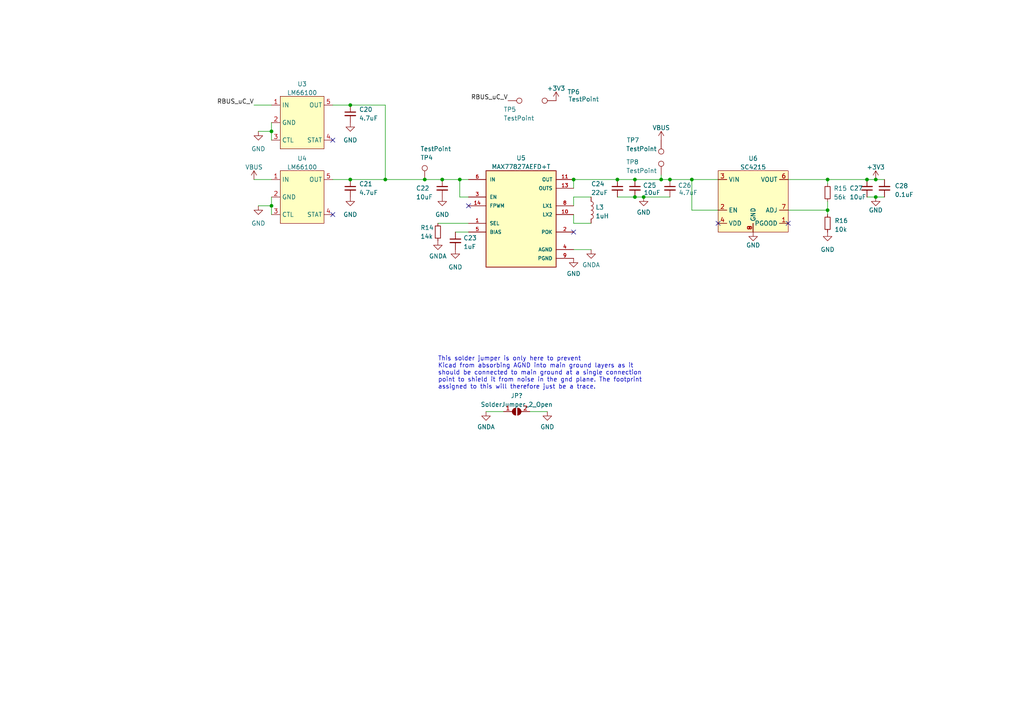
<source format=kicad_sch>
(kicad_sch (version 20211123) (generator eeschema)
  (paper "A4")
  (lib_symbols
    (symbol "Connector:TestPoint" (pin_numbers hide) (pin_names (offset 0.762) hide)
      (property "Reference" "TP" (at 0 6.858 0))
      (property "Value" "TestPoint" (at 0 5.08 0))
      (symbol "TestPoint_0_1"
        (circle (center 0 3.302) (radius 0.762))
      )
      (symbol "TestPoint_1_1"
        (pin passive line (at 0 0 90) (length 2.54) (name "1") (number "1"))
      )
    )
    (symbol "Device:C_Small" (pin_numbers hide) (pin_names (offset 0.254) hide)
      (property "Reference" "C" (at 0.254 1.778 0))
      (property "Value" "C_Small" (at 0.254 -2.032 0))
      (symbol "C_Small_0_1"
        (polyline (pts (xy -1.524 -0.508) (xy 1.524 -0.508)) (stroke (width 0.3302)))
        (polyline (pts (xy -1.524 0.508) (xy 1.524 0.508)) (stroke (width 0.3048)))
      )
      (symbol "C_Small_1_1"
        (pin passive line (at 0 2.54 270) (length 2.032) (name "~") (number "1"))
        (pin passive line (at 0 -2.54 90) (length 2.032) (name "~") (number "2"))
      )
    )
    (symbol "Device:L" (pin_numbers hide) (pin_names (offset 1.016) hide)
      (property "Reference" "L" (at -1.27 0 90))
      (property "Value" "L" (at 1.905 0 90))
      (symbol "L_0_1"
        (arc (start 0 -2.54) (mid 0.635 -1.905) (end 0 -1.27))
        (arc (start 0 -1.27) (mid 0.635 -0.635) (end 0 0))
        (arc (start 0 0) (mid 0.635 0.635) (end 0 1.27))
        (arc (start 0 1.27) (mid 0.635 1.905) (end 0 2.54))
      )
      (symbol "L_1_1"
        (pin passive line (at 0 3.81 270) (length 1.27) (name "1") (number "1"))
        (pin passive line (at 0 -3.81 90) (length 1.27) (name "2") (number "2"))
      )
    )
    (symbol "Device:R_Small" (pin_numbers hide) (pin_names (offset 0.254) hide)
      (property "Reference" "R" (at 0.762 0.508 0))
      (property "Value" "R_Small" (at 0.762 -1.016 0))
      (symbol "R_Small_0_1"
        (rectangle (start -0.762 1.778) (end 0.762 -1.778) (stroke (width 0.2032)))
      )
      (symbol "R_Small_1_1"
        (pin passive line (at 0 2.54 270) (length 0.762) (name "~") (number "1"))
        (pin passive line (at 0 -2.54 90) (length 0.762) (name "~") (number "2"))
      )
    )
    (symbol "Jumper:SolderJumper_2_Open" (pin_names (offset 0) hide)
      (property "Reference" "JP" (at 0 2.032 0))
      (property "Value" "SolderJumper_2_Open" (at 0 -2.54 0))
      (symbol "SolderJumper_2_Open_0_1"
        (arc (start -0.254 1.016) (mid -1.27 0) (end -0.254 -1.016))
        (arc (start -0.254 1.016) (mid -1.27 0) (end -0.254 -1.016) (fill (type outline)))
        (polyline (pts (xy -0.254 1.016) (xy -0.254 -1.016)))
        (polyline (pts (xy 0.254 1.016) (xy 0.254 -1.016)))
        (arc (start 0.254 -1.016) (mid 1.27 0) (end 0.254 1.016))
        (arc (start 0.254 -1.016) (mid 1.27 0) (end 0.254 1.016) (fill (type outline)))
      )
      (symbol "SolderJumper_2_Open_1_1"
        (pin passive line (at -3.81 0 0) (length 2.54) (name "A") (number "1"))
        (pin passive line (at 3.81 0 180) (length 2.54) (name "B") (number "2"))
      )
    )
    (symbol "iclr:LTC4411"
      (property "Reference" "U" (at 0 1.27 0))
      (property "Value" "LTC4411" (at 0 -1.27 0))
      (symbol "LTC4411_0_1"
        (rectangle (start -6.35 -2.54) (end 6.35 -17.78) (fill (type background)))
      )
      (symbol "LTC4411_1_1"
        (pin power_in line (at -8.89 -5.08 0) (length 2.54) (name "IN") (number "1"))
        (pin output line (at -8.89 -10.16 0) (length 2.54) (name "GND") (number "2"))
        (pin input line (at -8.89 -15.24 0) (length 2.54) (name "CTL") (number "3"))
        (pin input line (at 8.89 -15.24 180) (length 2.54) (name "STAT") (number "4"))
        (pin power_out line (at 8.89 -5.08 180) (length 2.54) (name "OUT") (number "5"))
      )
    )
    (symbol "iclr:MAX77827AEFD+T" (pin_names (offset 1.016))
      (property "Reference" "U?" (at -10.16 13.208 0))
      (property "Value" "MAX77827AEFD+T" (at -10.16 -17.78 0))
      (symbol "MAX77827AEFD+T_0_0"
        (rectangle (start -10.16 -15.24) (end 10.16 12.7) (stroke (width 0.254)) (fill (type background)))
        (pin passive line (at -15.24 -2.54 0) (length 5.08) (name "SEL") (number "1"))
        (pin passive line (at 15.24 0 180) (length 5.08) (name "LX2") (number "10"))
        (pin output line (at 15.24 10.16 180) (length 5.08) (name "OUT") (number "11"))
        (pin input line (at 15.24 7.62 180) (length 5.08) (name "OUTS") (number "13"))
        (pin input line (at -15.24 2.54 0) (length 5.08) (name "FPWM") (number "14"))
        (pin output line (at 15.24 -5.08 180) (length 5.08) (name "POK") (number "2"))
        (pin input line (at -15.24 5.08 0) (length 5.08) (name "EN") (number "3"))
        (pin power_in line (at 15.24 -10.16 180) (length 5.08) (name "AGND") (number "4"))
        (pin passive line (at -15.24 -5.08 0) (length 5.08) (name "BIAS") (number "5"))
        (pin input line (at -15.24 10.16 0) (length 5.08) (name "IN") (number "6"))
        (pin passive line (at 15.24 2.54 180) (length 5.08) (name "LX1") (number "8"))
        (pin power_in line (at 15.24 -12.7 180) (length 5.08) (name "PGND") (number "9"))
      )
    )
    (symbol "iclr:RT9025-25GSP"
      (property "Reference" "U6" (at 0 4.8428 0))
      (property "Value" "RT9025-25GSP" (at 0 2.3059 0))
      (symbol "RT9025-25GSP_1_1"
        (rectangle (start -10.16 1.27) (end 10.16 -16.51) (fill (type background)))
        (pin output line (at 10.16 -13.97 180) (length 2.54) (name "PGOOD") (number "1"))
        (pin input line (at -10.16 -10.16 0) (length 2.54) (name "EN") (number "2"))
        (pin input line (at -10.16 -1.27 0) (length 2.54) (name "VIN") (number "3"))
        (pin input line (at -10.16 -13.97 0) (length 2.54) (name "VDD") (number "4"))
        (pin output line (at 10.16 -1.27 180) (length 2.54) (name "VOUT") (number "6"))
        (pin input line (at 10.16 -10.16 180) (length 2.54) (name "ADJ") (number "7"))
        (pin input line (at 0 -16.51 90) (length 2.54) (name "GND") (number "8"))
        (pin input line (at 0 -16.51 90) (length 2.54) (name "GND") (number "9"))
      )
    )
    (symbol "power:+3.3V" (power) (pin_names (offset 0))
      (property "Value" "+3.3V" (at 0 3.556 0))
      (symbol "+3.3V_0_1"
        (polyline (pts (xy -0.762 1.27) (xy 0 2.54)))
        (polyline (pts (xy 0 0) (xy 0 2.54)))
        (polyline (pts (xy 0 2.54) (xy 0.762 1.27)))
      )
      (symbol "+3.3V_1_1"
        (pin power_in line (at 0 0 90) (length 0) hide (name "+3V3") (number "1"))
      )
    )
    (symbol "power:GND" (power) (pin_names (offset 0))
      (property "Value" "GND" (at 0 -3.81 0))
      (symbol "GND_0_1"
        (polyline (pts (xy 0 0) (xy 0 -1.27) (xy 1.27 -1.27) (xy 0 -2.54) (xy -1.27 -1.27) (xy 0 -1.27)))
      )
      (symbol "GND_1_1"
        (pin power_in line (at 0 0 270) (length 0) hide (name "GND") (number "1"))
      )
    )
    (symbol "power:GNDA" (power) (pin_names (offset 0))
      (property "Value" "GNDA" (at 0 -3.81 0))
      (symbol "GNDA_0_1"
        (polyline (pts (xy 0 0) (xy 0 -1.27) (xy 1.27 -1.27) (xy 0 -2.54) (xy -1.27 -1.27) (xy 0 -1.27)))
      )
      (symbol "GNDA_1_1"
        (pin power_in line (at 0 0 270) (length 0) hide (name "GNDA") (number "1"))
      )
    )
    (symbol "power:VBUS" (power) (pin_names (offset 0))
      (property "Value" "VBUS" (at 0 3.81 0))
      (symbol "VBUS_0_1"
        (polyline (pts (xy -0.762 1.27) (xy 0 2.54)))
        (polyline (pts (xy 0 0) (xy 0 2.54)))
        (polyline (pts (xy 0 2.54) (xy 0.762 1.27)))
      )
      (symbol "VBUS_1_1"
        (pin power_in line (at 0 0 90) (length 0) hide (name "VBUS") (number "1"))
      )
    )
  )
  (junction (at 184.15 52.07))
  (junction (at 240.03 52.07))
  (junction (at 254 52.07))
  (junction (at 191.77 52.07))
  (junction (at 186.69 57.15))
  (junction (at 128.27 52.07))
  (junction (at 111.76 52.07))
  (junction (at 101.6 52.07))
  (junction (at 251.46 52.07))
  (junction (at 78.74 59.69))
  (junction (at 194.31 52.07))
  (junction (at 254 57.15))
  (junction (at 166.37 52.07))
  (junction (at 123.19 52.07))
  (junction (at 101.6 30.48))
  (junction (at 240.03 60.96))
  (junction (at 133.35 52.07))
  (junction (at 78.74 38.1))
  (junction (at 179.07 52.07))
  (junction (at 184.15 57.15))
  (junction (at 200.66 52.07))
  (no_connect (at 166.37 67.31))
  (no_connect (at 96.52 40.64))
  (no_connect (at 135.89 59.69))
  (no_connect (at 96.52 62.23))
  (no_connect (at 228.6 64.77))
  (no_connect (at 208.28 64.77))
  (wire (pts (xy 240.03 52.07) (xy 251.46 52.07)))
  (wire (pts (xy 133.35 57.15) (xy 135.89 57.15)))
  (wire (pts (xy 166.37 52.07) (xy 179.07 52.07)))
  (wire (pts (xy 96.52 52.07) (xy 101.6 52.07)))
  (wire (pts (xy 179.07 52.07) (xy 184.15 52.07)))
  (wire (pts (xy 240.03 52.07) (xy 240.03 53.34)))
  (wire (pts (xy 166.37 57.15) (xy 171.45 57.15)))
  (wire (pts (xy 111.76 30.48) (xy 111.76 52.07)))
  (wire (pts (xy 200.66 52.07) (xy 200.66 60.96)))
  (wire (pts (xy 179.07 57.15) (xy 184.15 57.15)))
  (wire (pts (xy 228.6 52.07) (xy 240.03 52.07)))
  (wire (pts (xy 166.37 64.77) (xy 166.37 62.23)))
  (wire (pts (xy 200.66 52.07) (xy 208.28 52.07)))
  (wire (pts (xy 127 64.77) (xy 135.89 64.77)))
  (wire (pts (xy 166.37 72.39) (xy 171.45 72.39)))
  (wire (pts (xy 191.77 52.07) (xy 194.31 52.07)))
  (wire (pts (xy 240.03 58.42) (xy 240.03 60.96)))
  (wire (pts (xy 96.52 30.48) (xy 101.6 30.48)))
  (wire (pts (xy 166.37 59.69) (xy 166.37 57.15)))
  (wire (pts (xy 74.93 38.1) (xy 78.74 38.1)))
  (wire (pts (xy 191.77 50.8) (xy 191.77 52.07)))
  (wire (pts (xy 184.15 52.07) (xy 191.77 52.07)))
  (wire (pts (xy 251.46 57.15) (xy 254 57.15)))
  (wire (pts (xy 133.35 52.07) (xy 133.35 57.15)))
  (wire (pts (xy 200.66 60.96) (xy 208.28 60.96)))
  (wire (pts (xy 123.19 52.07) (xy 128.27 52.07)))
  (wire (pts (xy 186.69 57.15) (xy 194.31 57.15)))
  (wire (pts (xy 194.31 52.07) (xy 200.66 52.07)))
  (wire (pts (xy 140.97 119.38) (xy 146.05 119.38)))
  (wire (pts (xy 78.74 38.1) (xy 78.74 40.64)))
  (wire (pts (xy 228.6 60.96) (xy 240.03 60.96)))
  (wire (pts (xy 171.45 64.77) (xy 166.37 64.77)))
  (wire (pts (xy 254 57.15) (xy 256.54 57.15)))
  (wire (pts (xy 73.66 52.07) (xy 78.74 52.07)))
  (wire (pts (xy 111.76 52.07) (xy 123.19 52.07)))
  (wire (pts (xy 186.69 57.15) (xy 184.15 57.15)))
  (wire (pts (xy 153.67 119.38) (xy 158.75 119.38)))
  (wire (pts (xy 78.74 57.15) (xy 78.74 59.69)))
  (wire (pts (xy 128.27 52.07) (xy 133.35 52.07)))
  (wire (pts (xy 78.74 35.56) (xy 78.74 38.1)))
  (wire (pts (xy 166.37 54.61) (xy 166.37 52.07)))
  (wire (pts (xy 132.08 67.31) (xy 135.89 67.31)))
  (wire (pts (xy 74.93 59.69) (xy 78.74 59.69)))
  (wire (pts (xy 78.74 59.69) (xy 78.74 62.23)))
  (wire (pts (xy 254 52.07) (xy 251.46 52.07)))
  (wire (pts (xy 133.35 52.07) (xy 135.89 52.07)))
  (wire (pts (xy 254 52.07) (xy 256.54 52.07)))
  (wire (pts (xy 101.6 30.48) (xy 111.76 30.48)))
  (wire (pts (xy 73.66 30.48) (xy 78.74 30.48)))
  (wire (pts (xy 240.03 60.96) (xy 240.03 62.23)))
  (wire (pts (xy 101.6 52.07) (xy 111.76 52.07)))
  (text "This solder jumper is only here to prevent\nKicad from absorbing AGND into main ground layers as it\nshould be connected to main ground at a single connection\npoint to shield it from noise in the gnd plane. The footprint\nassigned to this will therefore just be a trace.\n" (at 127 113.03 0) (effects (font (size 1.27 1.27)) (justify left bottom)))
  (label "RBUS_uC_V" (at 147.32 29.21 180))
  (label "RBUS_uC_V" (at 73.66 30.48 180))
  (symbol (lib_id "power:+3.3V") (at 161.29 29.21 0) (unit 1)
    (property "Reference" "#PWR045" (effects hide))
    (property "Value" "+3.3V" (at 161.29 25.6342 0))
  )
  (symbol (lib_id "power:GND") (at 74.93 38.1 0) (unit 1)
    (property "Reference" "#PWR036" (effects hide))
    (property "Value" "GND" (at 74.93 43.18 0))
  )
  (symbol (lib_id "Connector:TestPoint") (at 191.77 50.8 0) (unit 1)
    (property "Reference" "TP8" (at 181.61 46.99 0) (effects (justify left)))
    (property "Value" "TestPoint" (at 181.61 49.5269 0) (effects (justify left)))
    (property "Footprint" "TestPoint:TestPoint_Pad_D1.5mm" (effects hide))
  )
  (symbol (lib_id "Device:R_Small") (at 127 67.31 0) (unit 1)
    (property "Reference" "R14" (at 121.92 66.04 0) (effects (justify left)))
    (property "Value" "14k" (at 121.92 68.5769 0) (effects (justify left)))
    (property "Footprint" "Resistor_SMD:R_0402_1005Metric" (effects hide))
  )
  (symbol (lib_id "Device:C_Small") (at 256.54 54.61 180) (unit 1)
    (property "Reference" "C28" (at 259.4983 53.9154 0) (effects (justify right)))
    (property "Value" "0.1uF" (at 259.4983 56.4554 0) (effects (justify right)))
    (property "Footprint" "Capacitor_SMD:C_0603_1608Metric" (effects hide))
  )
  (symbol (lib_id "power:GND") (at 74.93 59.69 0) (unit 1)
    (property "Reference" "#PWR037" (effects hide))
    (property "Value" "GND" (at 74.93 64.77 0))
  )
  (symbol (lib_id "Connector:TestPoint") (at 147.32 29.21 270) (unit 1)
    (property "Reference" "TP5" (at 146.05 31.75 90) (effects (justify left)))
    (property "Value" "TestPoint" (at 146.05 34.2869 90) (effects (justify left)))
    (property "Footprint" "TestPoint:TestPoint_Pad_D1.5mm" (effects hide))
  )
  (symbol (lib_id "power:VBUS") (at 191.77 40.64 0) (unit 1)
    (property "Reference" "#PWR049" (effects hide))
    (property "Value" "VBUS" (at 191.77 37.0642 0))
  )
  (symbol (lib_id "Device:C_Small") (at 184.15 54.61 0) (unit 1)
    (property "Reference" "C25" (at 186.4741 53.7816 0) (effects (justify left)))
    (property "Value" "10uF" (at 186.69 55.88 0) (effects (justify left)))
    (property "Footprint" "Capacitor_SMD:C_0402_1005Metric" (effects hide))
  )
  (symbol (lib_id "power:VBUS") (at 73.66 52.07 0) (unit 1)
    (property "Reference" "#PWR035" (effects hide))
    (property "Value" "VBUS" (at 73.66 48.4942 0))
  )
  (symbol (lib_id "Device:L") (at 171.45 60.96 0) (unit 1)
    (property "Reference" "L3" (at 172.72 60.1253 0) (effects (justify left)))
    (property "Value" "1uH" (at 172.72 62.6622 0) (effects (justify left)))
    (property "Footprint" "Inductor_SMD:L_0805_2012Metric" (effects hide))
  )
  (symbol (lib_id "power:GND") (at 101.6 35.56 0) (unit 1)
    (property "Reference" "#PWR038" (effects hide))
    (property "Value" "GND" (at 101.6 40.64 0))
  )
  (symbol (lib_id "Connector:TestPoint") (at 123.19 52.07 0) (unit 1)
    (property "Reference" "TP4" (at 121.92 45.72 0) (effects (justify left)))
    (property "Value" "TestPoint" (at 121.92 43.1831 0) (effects (justify left)))
    (property "Footprint" "TestPoint:TestPoint_Pad_D1.5mm" (effects hide))
  )
  (symbol (lib_id "Device:R_Small") (at 240.03 64.77 0) (unit 1)
    (property "Reference" "R16" (at 242.044 64.0197 0) (effects (justify left)))
    (property "Value" "10k" (at 242.044 66.5597 0) (effects (justify left)))
    (property "Footprint" "Resistor_SMD:R_0603_1608Metric" (effects hide))
  )
  (symbol (lib_id "iclr:LTC4411") (at 87.63 25.4 0) (unit 1)
    (property "Reference" "U3" (at 87.63 24.3672 0))
    (property "Value" "LM66100" (at 87.63 26.9041 0))
    (property "Footprint" "Package_TO_SOT_SMD:SOT-23-5" (effects hide))
  )
  (symbol (lib_id "power:GND") (at 186.69 57.15 0) (unit 1)
    (property "Reference" "#PWR048" (effects hide))
    (property "Value" "GND" (at 186.69 61.5934 0))
  )
  (symbol (lib_id "power:GNDA") (at 127 69.85 0) (unit 1)
    (property "Reference" "#PWR040" (effects hide))
    (property "Value" "GNDA" (at 127 74.2934 0))
  )
  (symbol (lib_id "Device:C_Small") (at 128.27 54.61 0) (unit 1)
    (property "Reference" "C22" (at 120.65 54.61 0) (effects (justify left)))
    (property "Value" "10uF" (at 120.65 57.1469 0) (effects (justify left)))
    (property "Footprint" "Capacitor_SMD:C_0402_1005Metric" (effects hide))
  )
  (symbol (lib_id "power:GND") (at 101.6 57.15 0) (unit 1)
    (property "Reference" "#PWR039" (effects hide))
    (property "Value" "GND" (at 101.6 62.23 0))
  )
  (symbol (lib_id "power:+3.3V") (at 254 52.07 0) (unit 1)
    (property "Reference" "#PWR052" (effects hide))
    (property "Value" "+3.3V" (at 254 48.4942 0))
  )
  (symbol (lib_id "Connector:TestPoint") (at 191.77 40.64 180) (unit 1)
    (property "Reference" "TP7" (at 185.42 40.64 0) (effects (justify left)))
    (property "Value" "TestPoint" (at 190.5 43.1769 0) (effects (justify left)))
    (property "Footprint" "TestPoint:TestPoint_Pad_D1.5mm" (effects hide))
  )
  (symbol (lib_id "power:GND") (at 254 57.15 0) (unit 1)
    (property "Reference" "#PWR053" (effects hide))
    (property "Value" "GND" (at 254 60.96 0))
  )
  (symbol (lib_id "power:GNDA") (at 171.45 72.39 0) (unit 1)
    (property "Reference" "#PWR047" (effects hide))
    (property "Value" "GNDA" (at 171.45 76.8334 0))
  )
  (symbol (lib_id "power:GND") (at 218.44 67.31 0) (unit 1)
    (property "Reference" "#PWR050" (effects hide))
    (property "Value" "GND" (at 218.44 71.12 0))
  )
  (symbol (lib_id "Device:C_Small") (at 251.46 54.61 180) (unit 1)
    (property "Reference" "C27" (at 246.38 54.61 0) (effects (justify right)))
    (property "Value" "10uF" (at 246.38 57.15 0) (effects (justify right)))
    (property "Footprint" "Capacitor_SMD:C_0603_1608Metric" (effects hide))
  )
  (symbol (lib_id "power:GND") (at 128.27 57.15 0) (unit 1)
    (property "Reference" "#PWR041" (effects hide))
    (property "Value" "GND" (at 128.27 62.23 0))
  )
  (symbol (lib_id "power:GND") (at 132.08 72.39 0) (unit 1)
    (property "Reference" "#PWR042" (effects hide))
    (property "Value" "GND" (at 132.08 77.47 0))
  )
  (symbol (lib_id "Connector:TestPoint") (at 161.29 29.21 90) (unit 1)
    (property "Reference" "TP6" (at 166.37 26.67 90))
    (property "Value" "TestPoint" (at 169.291 28.7716 90))
    (property "Footprint" "TestPoint:TestPoint_Pad_D1.5mm" (effects hide))
  )
  (symbol (lib_id "iclr:RT9025-25GSP") (at 218.44 50.8 0) (unit 1)
    (property "Reference" "U6" (at 218.44 45.9572 0))
    (property "Value" "SC4215" (at 218.44 48.4941 0))
    (property "Footprint" "iclr:SOIC127P599X175-9N" (effects hide))
  )
  (symbol (lib_id "Jumper:SolderJumper_2_Open") (at 149.86 119.38 0) (unit 1)
    (property "Reference" "JP?" (at 149.86 114.7912 0))
    (property "Value" "SolderJumper_2_Open" (at 149.86 117.3281 0))
  )
  (symbol (lib_id "Device:C_Small") (at 101.6 54.61 0) (unit 1)
    (property "Reference" "C21" (at 104.14 53.3462 0) (effects (justify left)))
    (property "Value" "4.7uF" (at 104.14 55.8862 0) (effects (justify left)))
    (property "Footprint" "Capacitor_SMD:C_0402_1005Metric" (effects hide))
  )
  (symbol (lib_id "iclr:LTC4411") (at 87.63 46.99 0) (unit 1)
    (property "Reference" "U4" (at 87.63 45.9572 0))
    (property "Value" "LM66100" (at 87.63 48.4941 0))
    (property "Footprint" "Package_TO_SOT_SMD:SOT-23-5" (effects hide))
  )
  (symbol (lib_id "iclr:MAX77827AEFD+T") (at 151.13 62.23 0) (unit 1)
    (property "Reference" "U5" (at 151.13 45.8302 0))
    (property "Value" "MAX77827AEFD+T" (at 151.13 48.3671 0))
    (property "Footprint" "iclr:CONV_MAX77827AEFD+T" (effects hide))
    (property "MANUFACTURER" "Maxim Integrated" (effects hide))
    (property "MAXIMUM_PACKAGE_HEIGHT" "0.6mm" (effects hide))
    (property "PARTREV" "B" (effects hide))
    (property "STANDARD" "Manufacturer Recommended" (effects hide))
  )
  (symbol (lib_id "power:GND") (at 240.03 67.31 0) (unit 1)
    (property "Reference" "#PWR051" (effects hide))
    (property "Value" "GND" (at 240.03 72.39 0))
  )
  (symbol (lib_id "power:GND") (at 166.37 74.93 0) (unit 1)
    (property "Reference" "#PWR046" (effects hide))
    (property "Value" "GND" (at 166.37 79.3734 0))
  )
  (symbol (lib_id "Device:C_Small") (at 101.6 33.02 0) (unit 1)
    (property "Reference" "C20" (at 104.14 31.7562 0) (effects (justify left)))
    (property "Value" "4.7uF" (at 104.14 34.2962 0) (effects (justify left)))
    (property "Footprint" "Capacitor_SMD:C_0402_1005Metric" (effects hide))
  )
  (symbol (lib_id "Device:C_Small") (at 194.31 54.61 0) (unit 1)
    (property "Reference" "C26" (at 196.6341 53.7816 0) (effects (justify left)))
    (property "Value" "4.7uF" (at 196.85 55.88 0) (effects (justify left)))
    (property "Footprint" "Capacitor_SMD:C_0402_1005Metric" (effects hide))
  )
  (symbol (lib_id "Device:C_Small") (at 179.07 54.61 0) (unit 1)
    (property "Reference" "C24" (at 171.45 53.34 0) (effects (justify left)))
    (property "Value" "22uF" (at 171.45 55.8769 0) (effects (justify left)))
    (property "Footprint" "Capacitor_SMD:C_0603_1608Metric" (effects hide))
  )
  (symbol (lib_id "Device:R_Small") (at 240.03 55.88 0) (unit 1)
    (property "Reference" "R15" (at 241.7867 54.6505 0) (effects (justify left)))
    (property "Value" "56k" (at 241.7867 57.1905 0) (effects (justify left)))
    (property "Footprint" "Resistor_SMD:R_0603_1608Metric" (effects hide))
  )
  (symbol (lib_id "Device:C_Small") (at 132.08 69.85 0) (unit 1)
    (property "Reference" "C23" (at 134.4041 69.0216 0) (effects (justify left)))
    (property "Value" "1uF" (at 134.4041 71.5585 0) (effects (justify left)))
    (property "Footprint" "Capacitor_SMD:C_0402_1005Metric" (effects hide))
  )
  (symbol (lib_id "power:GND") (at 158.75 119.38 0) (unit 1)
    (property "Reference" "#PWR044" (effects hide))
    (property "Value" "GND" (at 158.75 123.8234 0))
  )
  (symbol (lib_id "power:GNDA") (at 140.97 119.38 0) (unit 1)
    (property "Reference" "#PWR043" (effects hide))
    (property "Value" "GNDA" (at 140.97 123.8234 0))
  )
)
</source>
